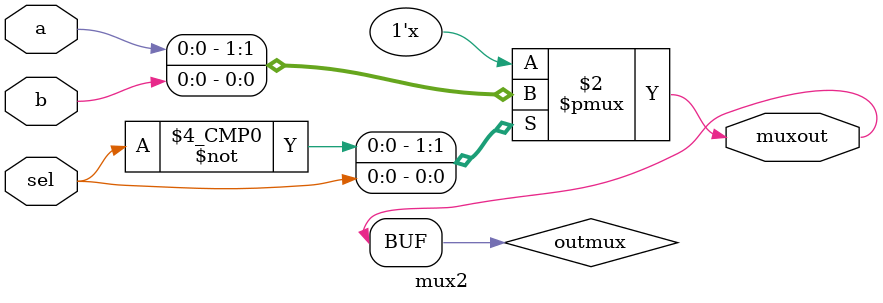
<source format=v>
`timescale 1ns / 1ps


module mux2(
    input a,
    input b,
    input sel,
    output muxout
    );
    
reg outmux;

always @ *
begin
case(sel)
1'b0 : outmux = a;
1'b1 : outmux = b;
endcase
end   

assign  muxout = outmux;    
    
endmodule

</source>
